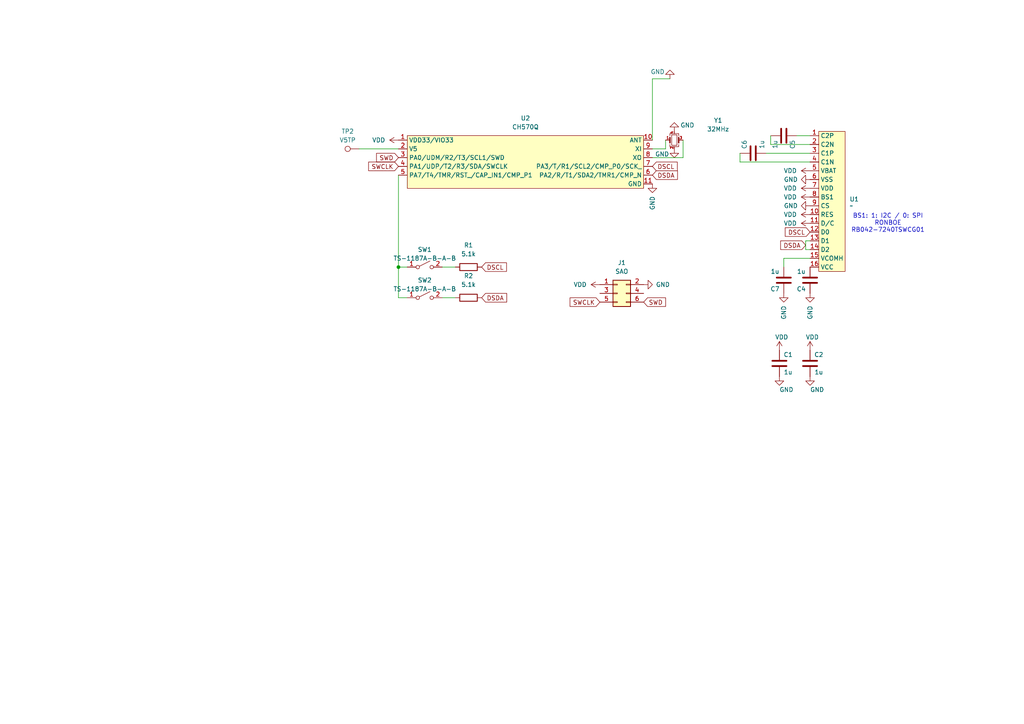
<source format=kicad_sch>
(kicad_sch (version 20250114) (generator "eeschema") (generator_version "9.0")
  (paper "A4")
  (lib_symbols
    (symbol "Connector:TestPoint" (pin_numbers (hide yes)) (pin_names (offset 0.762) (hide yes))
      (property "Reference" "TP" (at 0 6.858 0))
      (property "Value" "TestPoint" (at 0 5.08 0))
      (symbol "TestPoint_0_1"
        (circle (center 0 3.302) (radius 0.762))
      )
      (symbol "TestPoint_1_1"
        (pin passive line (at 0 0 90) (length 2.54) (name "1") (number "1"))
      )
    )
    (symbol "Connector_Generic:Conn_02x03_Odd_Even" (pin_names (offset 1.016) (hide yes))
      (property "Reference" "J" (at 1.27 5.08 0))
      (property "Value" "Conn_02x03_Odd_Even" (at 1.27 -5.08 0))
      (symbol "Conn_02x03_Odd_Even_1_1"
        (rectangle (start -1.27 3.81) (end 3.81 -3.81) (stroke (width 0.254)) (fill (type background)))
        (rectangle (start -1.27 2.667) (end 0 2.413) (stroke (width 0.1524)))
        (rectangle (start -1.27 0.127) (end 0 -0.127) (stroke (width 0.1524)))
        (rectangle (start -1.27 -2.413) (end 0 -2.667) (stroke (width 0.1524)))
        (rectangle (start 3.81 2.667) (end 2.54 2.413) (stroke (width 0.1524)))
        (rectangle (start 3.81 0.127) (end 2.54 -0.127) (stroke (width 0.1524)))
        (rectangle (start 3.81 -2.413) (end 2.54 -2.667) (stroke (width 0.1524)))
        (pin passive line (at -5.08 2.54 0) (length 3.81) (name "Pin_1") (number "1"))
        (pin passive line (at -5.08 0 0) (length 3.81) (name "Pin_3") (number "3"))
        (pin passive line (at -5.08 -2.54 0) (length 3.81) (name "Pin_5") (number "5"))
        (pin passive line (at 7.62 2.54 180) (length 3.81) (name "Pin_2") (number "2"))
        (pin passive line (at 7.62 0 180) (length 3.81) (name "Pin_4") (number "4"))
        (pin passive line (at 7.62 -2.54 180) (length 3.81) (name "Pin_6") (number "6"))
      )
    )
    (symbol "Device:C" (pin_numbers (hide yes)) (pin_names (offset 0.254))
      (property "Reference" "C" (at 0.635 2.54 0))
      (property "Value" "C" (at 0.635 -2.54 0))
      (symbol "C_0_1"
        (polyline (pts (xy -2.032 0.762) (xy 2.032 0.762)) (stroke (width 0.508)))
        (polyline (pts (xy -2.032 -0.762) (xy 2.032 -0.762)) (stroke (width 0.508)))
      )
      (symbol "C_1_1"
        (pin passive line (at 0 3.81 270) (length 2.794) (name "~") (number "1"))
        (pin passive line (at 0 -3.81 90) (length 2.794) (name "~") (number "2"))
      )
    )
    (symbol "Device:Crystal_GND24_Small" (pin_names (offset 1.016) (hide yes))
      (property "Reference" "Y" (at 1.27 4.445 0))
      (property "Value" "Crystal_GND24_Small" (at 1.27 2.54 0))
      (symbol "Crystal_GND24_Small_0_1"
        (polyline (pts (xy -1.27 1.27) (xy -1.27 1.905) (xy 1.27 1.905) (xy 1.27 1.27)))
        (polyline (pts (xy -1.27 -0.762) (xy -1.27 0.762)) (stroke (width 0.381)))
        (polyline (pts (xy -1.27 -1.27) (xy -1.27 -1.905) (xy 1.27 -1.905) (xy 1.27 -1.27)))
        (rectangle (start -0.762 -1.524) (end 0.762 1.524))
        (polyline (pts (xy 1.27 -0.762) (xy 1.27 0.762)) (stroke (width 0.381)))
      )
      (symbol "Crystal_GND24_Small_1_1"
        (pin passive line (at -2.54 0 0) (length 1.27) (name "1") (number "1"))
        (pin passive line (at 0 2.54 270) (length 0.635) (name "4") (number "4"))
        (pin passive line (at 0 -2.54 90) (length 0.635) (name "2") (number "2"))
        (pin passive line (at 2.54 0 180) (length 1.27) (name "3") (number "3"))
      )
    )
    (symbol "Device:R" (pin_numbers (hide yes)) (pin_names (offset 0))
      (property "Reference" "R" (at 2.032 0 90))
      (property "Value" "R" (at 0 0 90))
      (symbol "R_0_1"
        (rectangle (start -1.016 -2.54) (end 1.016 2.54) (stroke (width 0.254)))
      )
      (symbol "R_1_1"
        (pin passive line (at 0 3.81 270) (length 1.27) (name "~") (number "1"))
        (pin passive line (at 0 -3.81 90) (length 1.27) (name "~") (number "2"))
      )
    )
    (symbol "Switch:SW_SPST" (pin_names (offset 0) (hide yes))
      (property "Reference" "SW" (at 0 3.175 0))
      (property "Value" "SW_SPST" (at 0 -2.54 0))
      (symbol "SW_SPST_0_0"
        (circle (center -2.032 0) (radius 0.508))
        (polyline (pts (xy -1.524 0.254) (xy 1.524 1.778)))
        (circle (center 2.032 0) (radius 0.508))
      )
      (symbol "SW_SPST_1_1"
        (pin passive line (at -5.08 0 0) (length 2.54) (name "A") (number "1"))
        (pin passive line (at 5.08 0 180) (length 2.54) (name "B") (number "2"))
      )
    )
    (symbol "cnhardware:CH570Q"
      (property "Reference" "U" (at 0 -10.414 0))
      (property "Value" "CH570Q" (at 0 7.62 0))
      (symbol "CH570Q_1_1"
        (rectangle (start -34.29 6.35) (end 34.29 -8.89) (fill (type background)))
        (pin bidirectional line (at -36.83 5.08 0) (length 2.54) (name "VDD33/VIO33") (number "1"))
        (pin bidirectional line (at -36.83 2.54 0) (length 2.54) (name "V5") (number "2"))
        (pin bidirectional line (at -36.83 0 0) (length 2.54) (name "PA0/UDM/R2/T3/SCL1/SWD") (number "3"))
        (pin bidirectional line (at -36.83 -2.54 0) (length 2.54) (name "PA1/UDP/T2/R3/SDA/SWCLK") (number "4"))
        (pin bidirectional line (at -36.83 -5.08 0) (length 2.54) (name "PA7/T4/TMR/RST_/CAP_IN1/CMP_P1") (number "5"))
        (pin bidirectional line (at 36.83 5.08 180) (length 2.54) (name "ANT") (number "10"))
        (pin bidirectional line (at 36.83 2.54 180) (length 2.54) (name "XI") (number "9"))
        (pin bidirectional line (at 36.83 0 180) (length 2.54) (name "XO") (number "8"))
        (pin bidirectional line (at 36.83 -2.54 180) (length 2.54) (name "PA3/T/R1/SCL2/CMP_P0/SCK_") (number "7"))
        (pin bidirectional line (at 36.83 -5.08 180) (length 2.54) (name "PA2/R/T1/SDA2/TMR1/CMP_N") (number "6"))
        (pin bidirectional line (at 36.83 -7.62 180) (length 2.54) (name "GND") (number "11"))
      )
    )
    (symbol "cnhardware:OLED-0.42-72x40"
      (property "Reference" "U" (at -1.016 21.336 0))
      (symbol "OLED-0.42-72x40_1_1"
        (rectangle (start -3.81 20.32) (end 3.81 -20.32) (fill (type background)))
        (pin bidirectional line (at -6.35 19.05 0) (length 2.54) (name "C2P") (number "1"))
        (pin bidirectional line (at -6.35 16.51 0) (length 2.54) (name "C2N") (number "2"))
        (pin bidirectional line (at -6.35 13.97 0) (length 2.54) (name "C1P") (number "3"))
        (pin bidirectional line (at -6.35 11.43 0) (length 2.54) (name "C1N") (number "4"))
        (pin bidirectional line (at -6.35 8.89 0) (length 2.54) (name "VBAT") (number "5"))
        (pin bidirectional line (at -6.35 6.35 0) (length 2.54) (name "VSS") (number "6"))
        (pin bidirectional line (at -6.35 3.81 0) (length 2.54) (name "VDD") (number "7"))
        (pin bidirectional line (at -6.35 1.27 0) (length 2.54) (name "BS1") (number "8"))
        (pin bidirectional line (at -6.35 -1.27 0) (length 2.54) (name "CS") (number "9"))
        (pin bidirectional line (at -6.35 -3.81 0) (length 2.54) (name "RES") (number "10"))
        (pin bidirectional line (at -6.35 -6.35 0) (length 2.54) (name "D/C") (number "11"))
        (pin bidirectional line (at -6.35 -8.89 0) (length 2.54) (name "D0") (number "12"))
        (pin bidirectional line (at -6.35 -11.43 0) (length 2.54) (name "D1") (number "13"))
        (pin bidirectional line (at -6.35 -13.97 0) (length 2.54) (name "D2") (number "14"))
        (pin bidirectional line (at -6.35 -16.51 0) (length 2.54) (name "VCOMH") (number "15"))
        (pin bidirectional line (at -6.35 -19.05 0) (length 2.54) (name "VCC") (number "16"))
      )
    )
    (symbol "power:GND" (power) (pin_names (offset 0))
      (property "Value" "GND" (at 0 -3.81 0))
      (symbol "GND_0_1"
        (polyline (pts (xy 0 0) (xy 0 -1.27) (xy 1.27 -1.27) (xy 0 -2.54) (xy -1.27 -1.27) (xy 0 -1.27)))
      )
      (symbol "GND_1_1"
        (pin power_in line (at 0 0 270) (length 0) (hide yes) (name "GND") (number "1"))
      )
    )
    (symbol "power:VDD" (power) (pin_names (offset 0))
      (property "Value" "VDD" (at 0 3.81 0))
      (symbol "VDD_0_1"
        (polyline (pts (xy -0.762 1.27) (xy 0 2.54)))
        (polyline (pts (xy 0 2.54) (xy 0.762 1.27)))
        (polyline (pts (xy 0 0) (xy 0 2.54)))
      )
      (symbol "VDD_1_1"
        (pin power_in line (at 0 0 90) (length 0) (hide yes) (name "VDD") (number "1"))
      )
    )
  )
  (text "BS1: 1: I2C / 0: SPI\nRONBOE\nRB042-7240TSWCG01" (at 257.556 64.77 0) (effects (font (size 1.27 1.27))))
  (junction (at 115.57 77.47))
  (wire (pts (xy 227.33 74.93) (xy 234.95 74.93)))
  (wire (pts (xy 118.11 77.47) (xy 115.57 77.47)))
  (wire (pts (xy 234.95 69.85) (xy 233.68 69.85)))
  (wire (pts (xy 132.08 77.47) (xy 128.27 77.47)))
  (wire (pts (xy 233.68 69.85) (xy 233.68 72.39)))
  (wire (pts (xy 115.57 77.47) (xy 115.57 86.36)))
  (wire (pts (xy 104.14 43.18) (xy 115.57 43.18)))
  (wire (pts (xy 223.52 39.37) (xy 223.52 41.91)))
  (wire (pts (xy 227.33 77.47) (xy 227.33 74.93)))
  (wire (pts (xy 193.04 43.18) (xy 189.23 43.18)))
  (wire (pts (xy 189.23 45.72) (xy 198.12 45.72)))
  (wire (pts (xy 189.23 22.86) (xy 194.31 22.86)))
  (wire (pts (xy 234.95 46.99) (xy 214.63 46.99)))
  (wire (pts (xy 233.68 72.39) (xy 234.95 72.39)))
  (wire (pts (xy 189.23 22.86) (xy 189.23 40.64)))
  (wire (pts (xy 223.52 41.91) (xy 234.95 41.91)))
  (wire (pts (xy 222.25 44.45) (xy 234.95 44.45)))
  (wire (pts (xy 115.57 50.8) (xy 115.57 77.47)))
  (wire (pts (xy 128.27 86.36) (xy 132.08 86.36)))
  (wire (pts (xy 214.63 46.99) (xy 214.63 44.45)))
  (wire (pts (xy 193.04 40.64) (xy 193.04 43.18)))
  (wire (pts (xy 115.57 86.36) (xy 118.11 86.36)))
  (wire (pts (xy 231.14 39.37) (xy 234.95 39.37)))
  (wire (pts (xy 198.12 45.72) (xy 198.12 40.64)))
  (global_label "SWCLK" (shape input) (at 115.57 48.26 180) (property "Intersheetrefs" "${INTERSHEET_REFS}" (effects (hide yes))))
  (global_label "DSDA" (shape input) (at 233.68 71.12 180) (property "Intersheetrefs" "${INTERSHEET_REFS}" (effects (hide yes))))
  (global_label "DSDA" (shape input) (at 189.23 50.8 0) (property "Intersheetrefs" "${INTERSHEET_REFS}" (effects (hide yes))))
  (global_label "DSCL" (shape input) (at 139.7 77.47 0) (property "Intersheetrefs" "${INTERSHEET_REFS}" (effects (hide yes))))
  (global_label "SWD" (shape input) (at 186.69 87.63 0) (property "Intersheetrefs" "${INTERSHEET_REFS}" (effects (hide yes))))
  (global_label "SWCLK" (shape input) (at 173.99 87.63 180) (property "Intersheetrefs" "${INTERSHEET_REFS}" (effects (hide yes))))
  (global_label "DSCL" (shape input) (at 234.95 67.31 180) (property "Intersheetrefs" "${INTERSHEET_REFS}" (effects (hide yes))))
  (global_label "DSCL" (shape input) (at 189.23 48.26 0) (property "Intersheetrefs" "${INTERSHEET_REFS}" (effects (hide yes))))
  (global_label "SWD" (shape input) (at 115.57 45.72 180) (property "Intersheetrefs" "${INTERSHEET_REFS}" (effects (hide yes))))
  (global_label "DSDA" (shape input) (at 139.7 86.36 0) (property "Intersheetrefs" "${INTERSHEET_REFS}" (effects (hide yes))))
  (symbol (lib_id "power:VDD") (at 226.06 101.6 0) (unit 1)
    (property "Reference" "#PWR04" (effects (hide yes)))
    (property "Value" "VDD" (at 224.79 97.79 0) (effects (justify left)))
  )
  (symbol (lib_id "power:VDD") (at 234.95 62.23 90) (unit 1)
    (property "Reference" "#PWR014" (effects (hide yes)))
    (property "Value" "VDD" (at 231.14 62.2299 90) (effects (justify left)))
  )
  (symbol (lib_id "Device:C") (at 234.95 105.41 180) (unit 1)
    (property "Reference" "C2" (at 237.49 102.87 0))
    (property "Value" "1u" (at 237.49 107.95 0))
    (property "Footprint" "Resistor_SMD:R_0402_1005Metric" (effects (hide yes)))
    (property "LCSC" "C52923" (effects (hide yes)))
  )
  (symbol (lib_id "cnhardware:OLED-0.42-72x40") (at 241.3 58.42 0) (unit 1) (in_bom no)
    (property "Reference" "U1" (at 246.38 57.7849 0) (effects (justify left)))
    (property "Value" "~" (at 246.38 59.69 0) (effects (justify left)))
    (property "Footprint" "cnhardware:P0.65mm_16_pin_OLED_FLEX_CONTACT" (effects (hide yes)))
  )
  (symbol (lib_id "Device:R") (at 135.89 86.36 90) (unit 1)
    (property "Reference" "R2" (at 135.89 80.01 90))
    (property "Value" "5.1k" (at 135.89 82.55 90))
    (property "Footprint" "Resistor_SMD:R_0402_1005Metric" (effects (hide yes)))
    (property "Description" "Resistor" (effects (hide yes)))
    (property "LCSC" "C25905" (effects (hide yes)))
  )
  (symbol (lib_id "Device:C") (at 227.33 81.28 0) (unit 1)
    (property "Reference" "C7" (at 224.79 83.82 0))
    (property "Value" "1u" (at 224.79 78.74 0))
    (property "Footprint" "Resistor_SMD:R_0402_1005Metric" (effects (hide yes)))
    (property "LCSC" "C52923" (effects (hide yes)))
  )
  (symbol (lib_id "Connector_Generic:Conn_02x03_Odd_Even") (at 179.07 85.09 0) (unit 1)
    (property "Reference" "J1" (at 180.34 76.2 0))
    (property "Value" "SAO" (at 180.34 78.74 0))
    (property "Footprint" "Connector_PinHeader_2.54mm:PinHeader_2x03_P2.54mm_Vertical_SMD" (effects (hide yes)))
    (property "Description" "Generic connector, double row, 02x03, odd/even pin numbering scheme (row 1 odd numbers, row 2 even numbers), script generated (kicad-library-utils/schlib/autogen/connector/)" (effects (hide yes)))
  )
  (symbol (lib_id "power:GND") (at 234.95 59.69 270) (unit 1)
    (property "Reference" "#PWR026" (effects (hide yes)))
    (property "Value" "GND" (at 227.33 59.69 90) (effects (justify left)))
  )
  (symbol (lib_id "Device:Crystal_GND24_Small") (at 195.58 40.64 0) (unit 1)
    (property "Reference" "Y1" (at 208.28 34.9182 0))
    (property "Value" "32MHz" (at 208.28 37.4582 0))
    (property "Footprint" "Crystal:Crystal_SMD_2016-4Pin_2.0x1.6mm" (effects (hide yes)))
    (property "Description" "Four pin crystal, GND on pins 2 and 4, small symbol" (effects (hide yes)))
    (property "LCSC" "C7294697" (effects (hide yes)))
  )
  (symbol (lib_id "power:GND") (at 194.31 22.86 180) (unit 1)
    (property "Reference" "#PWR012" (effects (hide yes)))
    (property "Value" "GND" (at 192.786 20.828 0) (effects (justify left)))
  )
  (symbol (lib_id "power:VDD") (at 234.95 54.61 90) (unit 1)
    (property "Reference" "#PWR023" (effects (hide yes)))
    (property "Value" "VDD" (at 231.14 54.6099 90) (effects (justify left)))
  )
  (symbol (lib_id "power:VDD") (at 234.95 49.53 90) (unit 1)
    (property "Reference" "#PWR018" (effects (hide yes)))
    (property "Value" "VDD" (at 231.14 49.5299 90) (effects (justify left)))
  )
  (symbol (lib_id "Connector:TestPoint") (at 104.14 43.18 90) (unit 1) (in_bom no)
    (property "Reference" "TP2" (at 100.838 38.1 90))
    (property "Value" "V5TP" (at 100.838 40.64 90))
    (property "Footprint" "TestPoint:TestPoint_Pad_D1.0mm" (effects (hide yes)))
    (property "Description" "test point" (effects (hide yes)))
  )
  (symbol (lib_id "Device:R") (at 135.89 77.47 90) (unit 1)
    (property "Reference" "R1" (at 135.89 71.12 90))
    (property "Value" "5.1k" (at 135.89 73.66 90))
    (property "Footprint" "Resistor_SMD:R_0402_1005Metric" (effects (hide yes)))
    (property "Description" "Resistor" (effects (hide yes)))
    (property "LCSC" "C25905" (effects (hide yes)))
  )
  (symbol (lib_id "power:VDD") (at 234.95 57.15 90) (unit 1)
    (property "Reference" "#PWR025" (effects (hide yes)))
    (property "Value" "VDD" (at 231.14 57.1499 90) (effects (justify left)))
  )
  (symbol (lib_id "power:GND") (at 234.95 109.22 0) (unit 1)
    (property "Reference" "#PWR07" (effects (hide yes)))
    (property "Value" "GND" (at 234.95 113.03 0) (effects (justify left)))
  )
  (symbol (lib_id "power:GND") (at 226.06 109.22 0) (unit 1)
    (property "Reference" "#PWR05" (effects (hide yes)))
    (property "Value" "GND" (at 226.06 113.03 0) (effects (justify left)))
  )
  (symbol (lib_id "Device:C") (at 227.33 39.37 90) (unit 1)
    (property "Reference" "C5" (at 229.87 41.91 0))
    (property "Value" "1u" (at 224.79 41.91 0))
    (property "Footprint" "Resistor_SMD:R_0402_1005Metric" (effects (hide yes)))
    (property "LCSC" "C52923" (effects (hide yes)))
  )
  (symbol (lib_id "power:GND") (at 195.58 43.18 0) (unit 1)
    (property "Reference" "#PWR08" (effects (hide yes)))
    (property "Value" "GND" (at 189.992 44.704 0) (effects (justify left)))
  )
  (symbol (lib_id "Device:C") (at 226.06 105.41 180) (unit 1)
    (property "Reference" "C1" (at 228.6 102.87 0))
    (property "Value" "1u" (at 228.6 107.95 0))
    (property "Footprint" "Resistor_SMD:R_0402_1005Metric" (effects (hide yes)))
    (property "LCSC" "C52923" (effects (hide yes)))
  )
  (symbol (lib_id "power:VDD") (at 234.95 101.6 0) (unit 1)
    (property "Reference" "#PWR06" (effects (hide yes)))
    (property "Value" "VDD" (at 233.68 97.79 0) (effects (justify left)))
  )
  (symbol (lib_id "power:GND") (at 234.95 52.07 270) (unit 1)
    (property "Reference" "#PWR022" (effects (hide yes)))
    (property "Value" "GND" (at 227.33 52.07 90) (effects (justify left)))
  )
  (symbol (lib_id "Device:C") (at 218.44 44.45 270) (unit 1)
    (property "Reference" "C6" (at 215.9 41.91 0))
    (property "Value" "1u" (at 220.98 41.91 0))
    (property "Footprint" "Resistor_SMD:R_0402_1005Metric" (effects (hide yes)))
    (property "LCSC" "C52923" (effects (hide yes)))
  )
  (symbol (lib_id "power:VDD") (at 173.99 82.55 90) (unit 1)
    (property "Reference" "#PWR09" (effects (hide yes)))
    (property "Value" "VDD" (at 170.18 82.5499 90) (effects (justify left)))
  )
  (symbol (lib_id "power:GND") (at 186.69 82.55 90) (unit 1)
    (property "Reference" "#PWR010" (effects (hide yes)))
    (property "Value" "GND" (at 194.31 82.55 90) (effects (justify left)))
  )
  (symbol (lib_id "Device:C") (at 234.95 81.28 0) (unit 1)
    (property "Reference" "C4" (at 232.41 83.82 0))
    (property "Value" "1u" (at 232.41 78.74 0))
    (property "Footprint" "Resistor_SMD:R_0402_1005Metric" (effects (hide yes)))
    (property "LCSC" "C52923" (effects (hide yes)))
  )
  (symbol (lib_id "power:GND") (at 227.33 85.09 0) (unit 1)
    (property "Reference" "#PWR024" (effects (hide yes)))
    (property "Value" "GND" (at 227.33 92.71 90) (effects (justify left)))
  )
  (symbol (lib_id "power:GND") (at 195.58 38.1 180) (unit 1)
    (property "Reference" "#PWR011" (effects (hide yes)))
    (property "Value" "GND" (at 201.422 36.322 0) (effects (justify left)))
  )
  (symbol (lib_id "Switch:SW_SPST") (at 123.19 86.36 0) (unit 1)
    (property "Reference" "SW2" (at 123.19 81.28 0))
    (property "Value" "TS-1187A-B-A-B" (at 123.19 83.82 0))
    (property "Footprint" "Button_Switch_SMD:SW_SPST_TL3342" (effects (hide yes)))
    (property "LCSC" "C318884" (effects (hide yes)))
  )
  (symbol (lib_id "cnhardware:CH570Q") (at 152.4 45.72 0) (unit 1)
    (property "Reference" "U2" (at 152.4 34.29 0))
    (property "Value" "CH570Q" (at 152.4 36.83 0))
    (property "Footprint" "Package_DFN_QFN:DFN-10-1EP_3x3mm_P0.5mm_EP1.7x2.5mm" (effects (hide yes)))
    (property "LCSC" "C49260680" (effects (hide yes)))
  )
  (symbol (lib_id "power:GND") (at 234.95 85.09 0) (unit 1)
    (property "Reference" "#PWR01" (effects (hide yes)))
    (property "Value" "GND" (at 234.95 92.71 90) (effects (justify left)))
  )
  (symbol (lib_id "power:GND") (at 189.23 53.34 0) (unit 1)
    (property "Reference" "#PWR02" (effects (hide yes)))
    (property "Value" "GND" (at 189.23 60.96 90) (effects (justify left)))
  )
  (symbol (lib_id "Switch:SW_SPST") (at 123.19 77.47 0) (unit 1)
    (property "Reference" "SW1" (at 123.19 72.39 0))
    (property "Value" "TS-1187A-B-A-B" (at 123.19 74.93 0))
    (property "Footprint" "Button_Switch_SMD:SW_SPST_TL3342" (effects (hide yes)))
    (property "LCSC" "C318884" (effects (hide yes)))
  )
  (symbol (lib_id "power:VDD") (at 115.57 40.64 90) (unit 1)
    (property "Reference" "#PWR03" (effects (hide yes)))
    (property "Value" "VDD" (at 111.76 40.6399 90) (effects (justify left)))
  )
  (symbol (lib_id "power:VDD") (at 234.95 64.77 90) (unit 1)
    (property "Reference" "#PWR015" (effects (hide yes)))
    (property "Value" "VDD" (at 231.14 64.7699 90) (effects (justify left)))
  )
)
</source>
